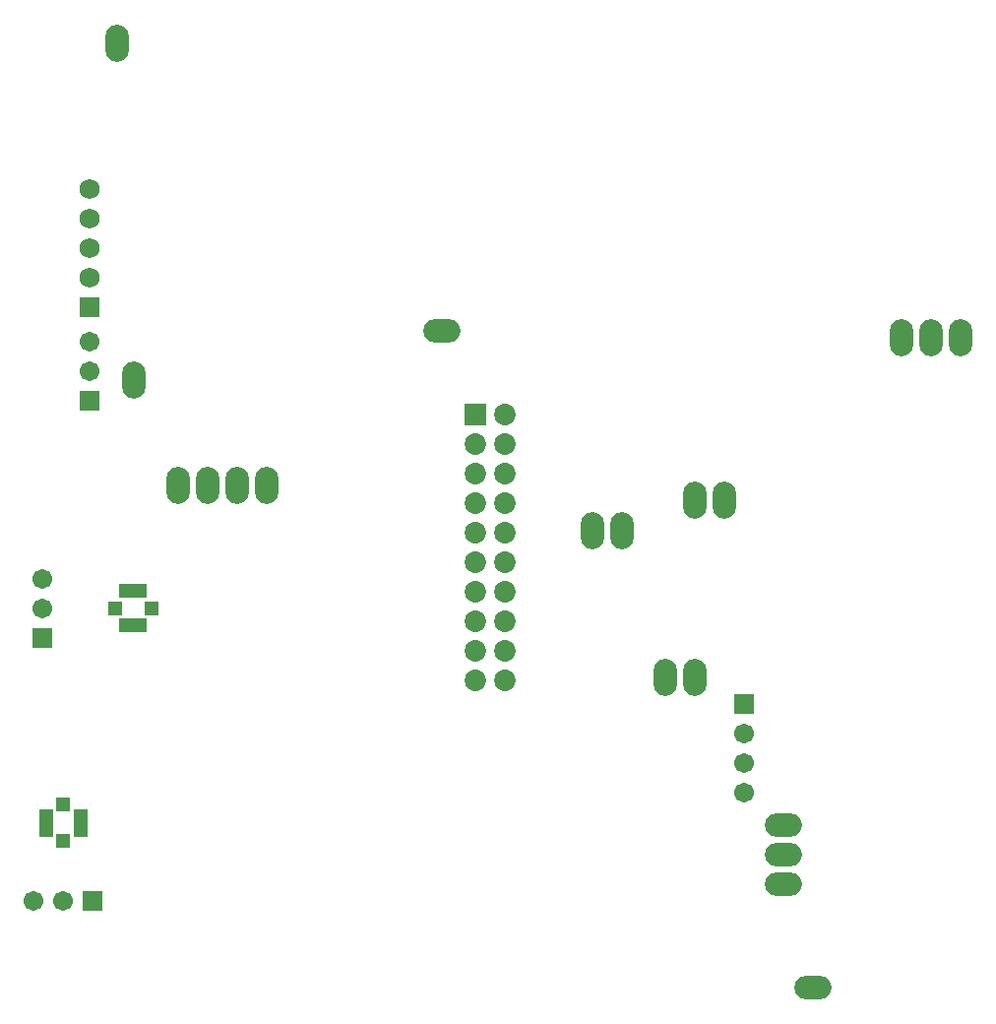
<source format=gts>
G04 Layer_Color=8388736*
%FSLAX25Y25*%
%MOIN*%
G70*
G01*
G75*
%ADD36R,0.04934X0.04737*%
%ADD37R,0.09461X0.04737*%
%ADD38R,0.04737X0.04737*%
%ADD39R,0.04737X0.04934*%
%ADD40R,0.04737X0.09461*%
%ADD41R,0.04737X0.04737*%
%ADD42O,0.07887X0.12611*%
%ADD43O,0.12611X0.07887*%
%ADD44R,0.07300X0.07300*%
%ADD45C,0.07300*%
%ADD46R,0.06706X0.06706*%
%ADD47C,0.06706*%
%ADD48C,0.06800*%
%ADD49R,0.06800X0.06800*%
%ADD50R,0.06706X0.06706*%
D36*
X47500Y157500D02*
D03*
D37*
X53602Y163307D02*
D03*
Y151693D02*
D03*
D38*
X59904Y157500D02*
D03*
D39*
X30000Y78802D02*
D03*
D40*
X24193Y84904D02*
D03*
X35807D02*
D03*
D41*
X30000Y91205D02*
D03*
D42*
X219370Y183780D02*
D03*
X209370D02*
D03*
X48228Y348819D02*
D03*
X53898Y234764D02*
D03*
X333976Y248976D02*
D03*
X323976D02*
D03*
X313976D02*
D03*
X253976Y193976D02*
D03*
X243976D02*
D03*
Y133976D02*
D03*
X233976D02*
D03*
X98976Y198976D02*
D03*
X88976D02*
D03*
X78976D02*
D03*
X68976Y198976D02*
D03*
D43*
X158268Y251280D02*
D03*
X283976Y28976D02*
D03*
X273976Y63976D02*
D03*
Y73976D02*
D03*
Y83976D02*
D03*
D44*
X169700Y223100D02*
D03*
D45*
Y213100D02*
D03*
Y203100D02*
D03*
Y193100D02*
D03*
Y183100D02*
D03*
Y173100D02*
D03*
Y163100D02*
D03*
Y153100D02*
D03*
Y143100D02*
D03*
Y133100D02*
D03*
X179700D02*
D03*
Y143100D02*
D03*
Y153100D02*
D03*
Y163100D02*
D03*
Y173100D02*
D03*
Y183100D02*
D03*
Y193100D02*
D03*
Y203100D02*
D03*
Y213100D02*
D03*
Y223100D02*
D03*
D46*
X260468Y125091D02*
D03*
X38876Y227876D02*
D03*
X22776Y147476D02*
D03*
D47*
X260468Y115091D02*
D03*
Y105091D02*
D03*
Y95091D02*
D03*
X38876Y237876D02*
D03*
Y247876D02*
D03*
X22776Y167476D02*
D03*
Y157476D02*
D03*
X19976Y58576D02*
D03*
X29976D02*
D03*
D48*
X39076Y299576D02*
D03*
Y269576D02*
D03*
Y279576D02*
D03*
Y289576D02*
D03*
D49*
Y259576D02*
D03*
D50*
X39976Y58576D02*
D03*
M02*

</source>
